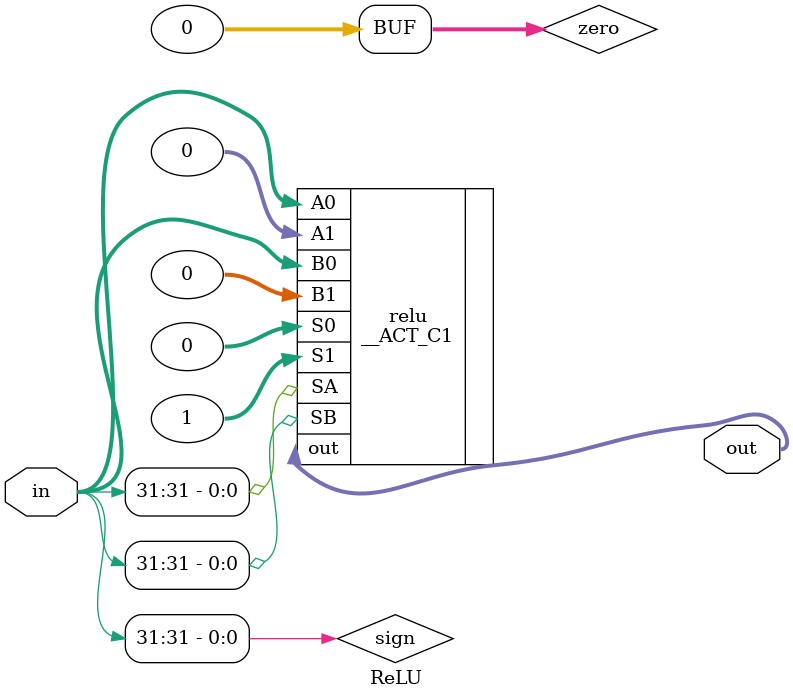
<source format=v>
module ReLU #(parameter XLEN = 32)
            (input wire [XLEN - 1:0] in,
             output wire [XLEN - 1:0] out);
    
    wire [XLEN - 1:0] zero = 32'd0;
    wire sign = in[XLEN - 1];

    __ACT_C1 relu (
        .A0(in), .A1(zero), .SA(sign),
        .B0(in), .B1(zero), .SB(sign),
        .S0(0), .S1(1),
        .out(out)
    );
    
endmodule
</source>
